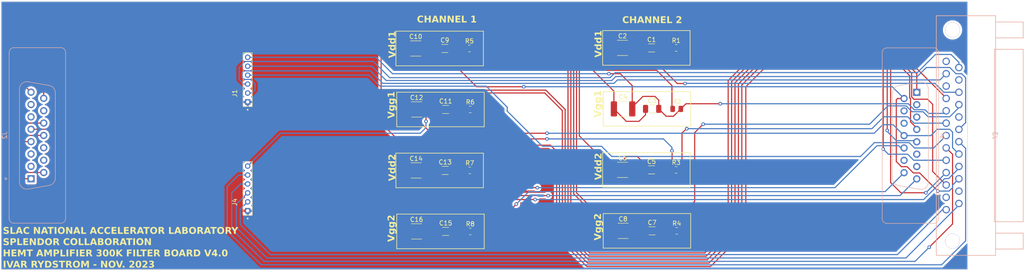
<source format=kicad_pcb>
(kicad_pcb (version 20221018) (generator pcbnew)

  (general
    (thickness 1.6)
  )

  (paper "A4")
  (title_block
    (title "HEMT Amplifier 300K Filter Box")
    (date "2023-11-05")
    (rev "V4")
    (company "SPLENDOR Collaboration")
    (comment 1 "Ivar Rydstrom | 2023")
    (comment 2 "SLAC National Accelerator Laboratory")
  )

  (layers
    (0 "F.Cu" signal)
    (31 "B.Cu" signal)
    (32 "B.Adhes" user "B.Adhesive")
    (33 "F.Adhes" user "F.Adhesive")
    (34 "B.Paste" user)
    (35 "F.Paste" user)
    (36 "B.SilkS" user "B.Silkscreen")
    (37 "F.SilkS" user "F.Silkscreen")
    (38 "B.Mask" user)
    (39 "F.Mask" user)
    (40 "Dwgs.User" user "User.Drawings")
    (41 "Cmts.User" user "User.Comments")
    (42 "Eco1.User" user "User.Eco1")
    (43 "Eco2.User" user "User.Eco2")
    (44 "Edge.Cuts" user)
    (45 "Margin" user)
    (46 "B.CrtYd" user "B.Courtyard")
    (47 "F.CrtYd" user "F.Courtyard")
    (48 "B.Fab" user)
    (49 "F.Fab" user)
    (50 "User.1" user)
    (51 "User.2" user)
    (52 "User.3" user)
    (53 "User.4" user)
    (54 "User.5" user)
    (55 "User.6" user)
    (56 "User.7" user)
    (57 "User.8" user)
    (58 "User.9" user)
  )

  (setup
    (pad_to_mask_clearance 0)
    (grid_origin 50.810662 0)
    (pcbplotparams
      (layerselection 0x00010fc_ffffffff)
      (plot_on_all_layers_selection 0x0000000_00000000)
      (disableapertmacros false)
      (usegerberextensions false)
      (usegerberattributes true)
      (usegerberadvancedattributes true)
      (creategerberjobfile true)
      (dashed_line_dash_ratio 12.000000)
      (dashed_line_gap_ratio 3.000000)
      (svgprecision 4)
      (plotframeref false)
      (viasonmask false)
      (mode 1)
      (useauxorigin false)
      (hpglpennumber 1)
      (hpglpenspeed 20)
      (hpglpendiameter 15.000000)
      (dxfpolygonmode true)
      (dxfimperialunits true)
      (dxfusepcbnewfont true)
      (psnegative false)
      (psa4output false)
      (plotreference true)
      (plotvalue true)
      (plotinvisibletext false)
      (sketchpadsonfab false)
      (subtractmaskfromsilk false)
      (outputformat 1)
      (mirror false)
      (drillshape 1)
      (scaleselection 1)
      (outputdirectory "")
    )
  )

  (net 0 "")
  (net 1 "GND")
  (net 2 "unconnected-(J2-Pad2)")
  (net 3 "unconnected-(J2-Pad3)")
  (net 4 "unconnected-(J2-Pad6)")
  (net 5 "unconnected-(J2-Pad7)")
  (net 6 "unconnected-(J2-P10-Pad10)")
  (net 7 "unconnected-(J2-P111-Pad11)")
  (net 8 "unconnected-(J2-P14-Pad14)")
  (net 9 "unconnected-(J3-Pad2)")
  (net 10 "unconnected-(J3-Pad11)")
  (net 11 "unconnected-(J3-Pad13)")
  (net 12 "unconnected-(J3-P15-Pad15)")
  (net 13 "unconnected-(J3-P24-Pad24)")
  (net 14 "unconnected-(J5-Pad2)")
  (net 15 "unconnected-(J5-Pad3)")
  (net 16 "unconnected-(J5-Pad6)")
  (net 17 "unconnected-(J5-Pad7)")
  (net 18 "unconnected-(J5-P10-Pad10)")
  (net 19 "unconnected-(J5-P111-Pad11)")
  (net 20 "unconnected-(J5-P14-Pad14)")
  (net 21 "/Vdd1+(2)")
  (net 22 "/Vdd1-(2)")
  (net 23 "/INJ (2)")
  (net 24 "/Vgg1-(2)")
  (net 25 "/Vdd2-(2)")
  (net 26 "/Vgg2-(2)")
  (net 27 "/Vdd1+(1)")
  (net 28 "/Vdd1-(1)")
  (net 29 "/INJ (1)")
  (net 30 "/Vgg1-(1)")
  (net 31 "/Vdd2-(1)")
  (net 32 "/Vgg2-(1)")
  (net 33 "/OUT-(2)")
  (net 34 "/OUT+(2)")
  (net 35 "/DETBIAS-(2)")
  (net 36 "/DETBIAS+(2)")
  (net 37 "/Vgg2+(2)")
  (net 38 "/Vdd2+(2)")
  (net 39 "/OUT-(1)")
  (net 40 "/DETBIAS-(1)")
  (net 41 "/OUT+(1)")
  (net 42 "/DETBIAS+(1)")
  (net 43 "/Vgg2+(1)")
  (net 44 "/Vdd2+(1)")
  (net 45 "/Vdd1+(2) ")
  (net 46 "/Vgg1+(2)")
  (net 47 "/Vdd2(2) ")
  (net 48 "/Vgg2(2) ")
  (net 49 "/Vdd1+(1) ")
  (net 50 "/Vdd2(1) ")
  (net 51 "/Vgg2(1) ")
  (net 52 "/Vgg1+(1)")

  (footprint "Capacitor_SMD:C_1206_3216Metric" (layer "F.Cu") (at 142.331162 116.4797))

  (footprint "Capacitor_SMD:C_1812_4532Metric" (layer "F.Cu") (at 181.868662 75.3745))

  (footprint "Capacitor_SMD:C_1206_3216Metric" (layer "F.Cu") (at 142.331162 89.1609))

  (footprint "Resistor_SMD:R_0805_2012Metric" (layer "F.Cu") (at 193.868662 102.6933))

  (footprint "Resistor_SMD:R_0805_2012Metric" (layer "F.Cu") (at 147.640662 75.5015))

  (footprint "Capacitor_SMD:C_1206_3216Metric" (layer "F.Cu") (at 188.495662 116.3527))

  (footprint "Capacitor_SMD:C_1206_3216Metric" (layer "F.Cu") (at 188.368662 75.3745))

  (footprint "Resistor_SMD:R_0805_2012Metric" (layer "F.Cu") (at 147.831162 89.1609))

  (footprint "Resistor_SMD:R_0805_2012Metric" (layer "F.Cu") (at 193.995662 116.3527))

  (footprint "Resistor_SMD:R_0805_2012Metric" (layer "F.Cu") (at 193.868662 75.3745))

  (footprint "Capacitor_SMD:C_1206_3216Metric" (layer "F.Cu") (at 142.222 102.8203))

  (footprint "Capacitor_SMD:C_1812_4532Metric" (layer "F.Cu") (at 135.831162 116.4797))

  (footprint "Capacitor_SMD:C_1812_4532Metric" (layer "F.Cu") (at 135.722 102.8203))

  (footprint "Capacitor_SMD:C_1812_4532Metric" (layer "F.Cu") (at 135.831162 89.1609))

  (footprint "Capacitor_SMD:C_1812_4532Metric" (layer "F.Cu") (at 181.868662 102.6933))

  (footprint "lib:MILL-MAX_830-10-006-10-005000" (layer "F.Cu") (at 98.054662 82.475 90))

  (footprint "Capacitor_SMD:C_1812_4532Metric" (layer "F.Cu") (at 181.995662 89.0339))

  (footprint "lib:MILL-MAX_830-10-006-10-005000" (layer "F.Cu") (at 98.054662 106.85 90))

  (footprint "Capacitor_SMD:C_1206_3216Metric" (layer "F.Cu") (at 142.140662 75.5015))

  (footprint "Capacitor_SMD:C_1206_3216Metric" (layer "F.Cu") (at 188.368662 102.6933))

  (footprint "Capacitor_SMD:C_1812_4532Metric" (layer "F.Cu") (at 135.640662 75.5015))

  (footprint "Capacitor_SMD:C_1812_4532Metric" (layer "F.Cu") (at 181.995662 116.3527))

  (footprint "Resistor_SMD:R_0805_2012Metric" (layer "F.Cu") (at 147.722 102.8203))

  (footprint "Capacitor_SMD:C_1206_3216Metric" (layer "F.Cu") (at 188.495662 89.0339))

  (footprint "Resistor_SMD:R_0805_2012Metric" (layer "F.Cu") (at 193.995662 89.0339))

  (footprint "Resistor_SMD:R_0805_2012Metric" (layer "F.Cu") (at 147.831162 116.4797))

  (footprint "Connector_Dsub:DSUB-15_Female_Vertical_P2.77x2.84mm" (layer "B.Cu") (at 49.620331 104.675 -90))

  (footprint "lib:CONN_5747846-4_TYC" (layer "B.Cu") (at 265.159931 95 90))

  (footprint "Connector_Dsub:DSUB-15_Female_Vertical_P2.77x2.84mm" (layer "B.Cu") (at 247.660662 85.325 90))

  (gr_line (start 131.201662 98.9468) (end 131.201662 106.6938)
    (stroke (width 0.15) (type default)) (layer "F.SilkS") (tstamp 06e053e5-e103-4f9a-b24d-dc599345a786))
  (gr_line (start 177.556662 92.9074) (end 197.114662 92.9074)
    (stroke (width 0.15) (type default)) (layer "F.SilkS") (tstamp 1c392bc6-a9f5-42dd-9e33-a2b96b3ffde9))
  (gr_line (start 150.950162 85.2874) (end 131.392162 85.2874)
    (stroke (width 0.15) (type default)) (layer "F.SilkS") (tstamp 1d2260d1-a33b-43ce-9de7-af574bd60f92))
  (gr_line (start 177.429662 98.8198) (end 177.429662 106.5668)
    (stroke (width 0.15) (type default)) (layer "F.SilkS") (tstamp 2dac2d50-e1ea-4b8e-b3f3-5e46e6409e36))
  (gr_line (start 197.114662 120.2262) (end 197.114662 112.4792)
    (stroke (width 0.15) (type default)) (layer "F.SilkS") (tstamp 36af4fe3-a8bb-4c47-88bc-b96dd9aef578))
  (gr_line (start 131.201662 106.6938) (end 150.759662 106.6938)
    (stroke (width 0.15) (type default)) (layer "F.SilkS") (tstamp 3c699a2b-9444-49dc-8678-3ad071b2a8aa))
  (gr_line (start 150.759662 106.6938) (end 150.759662 98.9468)
    (stroke (width 0.15) (type default)) (layer "F.SilkS") (tstamp 435c4ef9-7219-41bd-ae91-30d3a9ac9d99))
  (gr_line (start 177.429662 106.5668) (end 196.987662 106.5668)
    (stroke (width 0.15) (type default)) (layer "F.SilkS") (tstamp 439e8968-73be-43b6-9d1e-c7b41345c26b))
  (gr_line (start 150.759662 79.375) (end 150.759662 71.628)
    (stroke (width 0.15) (type default)) (layer "F.SilkS") (tstamp 46e90197-3186-4b40-a919-6b062cd076e2))
  (gr_line (start 150.950162 120.3532) (end 150.950162 112.6062)
    (stroke (width 0.15) (type default)) (layer "F.SilkS") (tstamp 47012053-ff99-4509-b6fc-34dc37a630f3))
  (gr_line (start 150.950162 93.0344) (end 150.950162 85.2874)
    (stroke (width 0.15) (type default)) (layer "F.SilkS") (tstamp 4b86ad76-b828-4008-9d75-5e453a516131))
  (gr_line (start 177.556662 120.2262) (end 197.114662 120.2262)
    (stroke (width 0.15) (type default)) (layer "F.SilkS") (tstamp 5ced2e3d-6dec-4a25-a45b-f3bb356a119a))
  (gr_line (start 177.556662 85.1604) (end 177.556662 92.9074)
    (stroke (width 0.15) (type default)) (layer "F.SilkS") (tstamp 62adb5b6-7a9d-405f-bac5-60a61f74b602))
  (gr_line (start 150.759662 98.9468) (end 131.201662 98.9468)
    (stroke (width 0.15) (type default)) (layer "F.SilkS") (tstamp 7bccbab3-1136-40c4-a9d8-c8f458d6f9d3))
  (gr_line (start 131.392162 120.3532) (end 150.950162 120.3532)
    (stroke (width 0.15) (type default)) (layer "F.SilkS") (tstamp 841ce552-3e36-474c-8fad-be398af63004))
  (gr_line (start 131.201662 71.628) (end 131.201662 79.375)
    (stroke (width 0.15) (type default)) (layer "F.SilkS") (tstamp 86d11e0a-9e1f-4cce-ad09-dbf02dcdf0e0))
  (gr_line (start 196.987662 98.8198) (end 177.429662 98.8198)
    (stroke (width 0.15) (type default)) (layer "F.SilkS") (tstamp 8c8c751c-1251-4881-80e0-aba4122bde06))
  (gr_line (start 131.392162 112.6062) (end 131.392162 120.3532)
    (stroke (width 0.15) (type default)) (layer "F.SilkS") (tstamp 8ebb1e18-4079-4304-96a9-73d1be1e9e59))
  (gr_line (start 197.114662 92.9074) (end 197.114662 85.1604)
    (stroke (width 0.15) (type default)) (layer "F.SilkS") (tstamp 992dab02-4e28-4264-b4b3-58bd9f987b72))
  (gr_line (start 177.429662 79.248) (end 196.987662 79.248)
    (stroke (width 0.15) (type default)) (layer "F.SilkS") (tstamp a94ce476-1bf9-4ab5-96aa-1a11a5e70cfb))
  (gr_line (start 196.987662 79.248) (end 196.987662 71.501)
    (stroke (width 0.15) (type default)) (layer "F.SilkS") (tstamp b26f6f9f-2d76-4927-9d45-61fc81bd658c))
  (gr_line (start 196.987662 71.501) (end 177.429662 71.501)
    (stroke (width 0.15) (type default)) (layer "F.SilkS") (tstamp b3b89b70-4ea8-4aec-adc4-2aa29aec1504))
  (gr_line (start 196.987662 106.5668) (end 196.987662 98.8198)
    (stroke (width 0.15) (type default)) (layer "F.SilkS") (tstamp bf57c742-1f36-4020-99ef-da23f7607148))
  (gr_line (start 150.950162 112.6062) (end 131.392162 112.6062)
    (stroke (width 0.15) (type default)) (layer "F.SilkS") (tstamp c0a77660-d912-42f5-8016-210b2948449e))
  (gr_line (start 150.759662 71.628) (end 131.201662 71.628)
    (stroke (width 0.15) (type default)) (layer "F.SilkS") (tstamp cc5f59af-5332-48fe-91cb-32df4f101f93))
  (gr_line (start 177.556662 112.4792) (end 177.556662 120.2262)
    (stroke (width 0.15) (type default)) (layer "F.SilkS") (tstamp cde37ed7-4e07-4da6-bb91-51d23c73efae))
  (gr_line (start 177.429662 71.501) (end 177.429662 79.248)
    (stroke (width 0.15) (type default)) (layer "F.SilkS") (tstamp d9eed187-6727-4692-837b-20e31f2ee4dd))
  (gr_line (start 131.201662 79.375) (end 150.759662 79.375)
    (stroke (width 0.15) (type default)) (layer "F.SilkS") (tstamp e0015b84-01a6-439d-acba-ef116f527ffb))
  (gr_line (start 197.114662 85.1604) (end 177.556662 85.1604)
    (stroke (width 0.15) (type default)) (layer "F.SilkS") (tstamp e6c5abe0-43fa-4860-b9ff-0bae33872871))
  (gr_line (start 131.392162 85.2874) (end 131.392162 93.0344)
    (stroke (width 0.15) (type default)) (layer "F.SilkS") (tstamp ebe0c849-0f41-4a0d-a075-17ee2f0d2de7))
  (gr_line (start 131.392162 93.0344) (end 150.950162 93.0344)
    (stroke (width 0.15) (type default)) (layer "F.SilkS") (tstamp f3f8771f-22f8-4ae8-9967-a49885c0f46c))
  (gr_line (start 197.114662 112.4792) (end 177.556662 112.4792)
    (stroke (width 0.15) (type default)) (layer "F.SilkS") (tstamp f535e50d-7bf4-4908-9fc3-731b6a6fa6e5))
  (gr_line (start 43 65) (end 43 125)
    (stroke (width 0.1) (type default)) (layer "Edge.Cuts") (tstamp 9daaad10-d83e-45ec-a686-5f4b2e52eead))
  (gr_line (start 43 125) (end 259 125)
    (stroke (width 0.1) (type default)) (layer "Edge.Cuts") (tstamp cf685dbd-f11e-411a-baff-99597177cf1f))
  (gr_line (start 259 125) (end 259 65)
    (stroke (width 0.1) (type default)) (layer "Edge.Cuts") (tstamp d137b5ed-a728-41df-ab95-5a179d5bfa40))
  (gr_line (start 259 65) (end 43 65)
    (stroke (width 0.1) (type default)) (layer "Edge.Cuts") (tstamp ff78a30e-ddd8-408b-808f-93b5d7b1d3e3))
  (gr_text "SLAC NATIONAL ACCELERATOR LABORATORY\nSPLENDOR COLLABORATION\nHEMT AMPLIFIER 300K FILTER BOARD V4.0\nIVAR RYDSTROM - NOV. 2023" (at 43.317662 124.841) (layer "F.SilkS") (tstamp 1d0aa74d-9d51-4b05-b632-1ef0de7daac3)
    (effects (font (face "Trebuchet MS") (size 1.5 1.5) (thickness 0.3) bold) (justify left bottom))
    (render_cache "SLAC NATIONAL ACCELERATOR LABORATORY\nSPLENDOR COLLABORATION\nHEMT AMPLIFIER 300K FILTER BOARD V4.0\nIVAR RYDSTROM - NOV. 2023" 0
      (polygon
        (pts
          (xy 43.400093 116.94027)          (xy 43.499012 116.697737)          (xy 43.518821 116.711224)          (xy 43.538591 116.723841)
          (xy 43.55832 116.735587)          (xy 43.578009 116.746464)          (xy 43.597658 116.75647)          (xy 43.617267 116.765606)
          (xy 43.636836 116.773872)          (xy 43.656365 116.781268)          (xy 43.675854 116.787794)          (xy 43.695303 116.79345)
          (xy 43.714712 116.798235)          (xy 43.73408 116.802151)          (xy 43.753409 116.805196)          (xy 43.772697 116.807372)
          (xy 43.791946 116.808677)          (xy 43.811154 116.809112)          (xy 43.839725 116.808484)          (xy 43.866452 116.806599)
          (xy 43.891336 116.803458)          (xy 43.914377 116.79906)          (xy 43.935575 116.793405)          (xy 43.954929 116.786495)
          (xy 43.97244 116.778327)          (xy 43.988108 116.768903)          (xy 44.001933 116.758223)          (xy 44.013914 116.746286)
          (xy 44.024052 116.733093)          (xy 44.032347 116.718643)          (xy 44.038798 116.702936)          (xy 44.043406 116.685973)
          (xy 44.046171 116.667754)          (xy 44.047093 116.648278)          (xy 44.046223 116.629519)          (xy 44.043612 116.610977)
          (xy 44.039262 116.592654)          (xy 44.033171 116.574547)          (xy 44.02534 116.556658)          (xy 44.018325 116.543384)
          (xy 44.01033 116.530233)          (xy 44.001357 116.517204)          (xy 43.991405 116.504297)          (xy 43.979993 116.491297)
          (xy 43.9665 116.477987)          (xy 43.950927 116.464369)          (xy 43.939389 116.455118)          (xy 43.926927 116.44573)
          (xy 43.91354 116.436205)          (xy 43.899229 116.426542)          (xy 43.883994 116.416741)          (xy 43.867834 116.406804)
          (xy 43.850749 116.396729)          (xy 43.83274 116.386516)          (xy 43.813806 116.376167)          (xy 43.793948 116.365679)
          (xy 43.773166 116.355055)          (xy 43.762428 116.349691)          (xy 43.741163 116.339048)          (xy 43.720782 116.328642)
          (xy 43.701286 116.318474)          (xy 43.682675 116.308544)          (xy 43.664948 116.298851)          (xy 43.648105 116.289396)
          (xy 43.632147 116.280178)          (xy 43.617073 116.271198)          (xy 43.602883 116.262455)          (xy 43.589578 116.25395)
          (xy 43.577158 116.245682)          (xy 43.560185 116.233726)          (xy 43.545202 116.222305)          (xy 43.53221 116.211418)
          (xy 43.528321 116.207908)          (xy 43.517297 116.197218)          (xy 43.506756 116.186167)          (xy 43.496697 116.174755)
          (xy 43.487122 116.162983)          (xy 43.47803 116.15085)          (xy 43.469421 116.138356)          (xy 43.461295 116.125502)
          (xy 43.453651 116.112287)          (xy 43.446491 116.098711)          (xy 43.439814 116.084775)          (xy 43.435631 116.075284)
          (xy 43.429804 116.060717)          (xy 43.42455 116.045866)          (xy 43.419869 116.030732)          (xy 43.415761 116.015315)
          (xy 43.412227 115.999614)          (xy 43.409265 115.98363)          (xy 43.406877 115.967363)          (xy 43.405062 115.950812)
          (xy 43.40382 115.933978)          (xy 43.403152 115.91686)          (xy 43.403024 115.905291)          (xy 43.403525 115.88377)
          (xy 43.405028 115.862713)          (xy 43.407532 115.842119)          (xy 43.411039 115.821989)          (xy 43.415547 115.802323)
          (xy 43.421056 115.78312)          (xy 43.427568 115.764381)          (xy 43.435081 115.746106)          (xy 43.443596 115.728294)
          (xy 43.453113 115.710946)          (xy 43.463632 115.694062)          (xy 43.475152 115.677642)          (xy 43.487675 115.661685)
          (xy 43.501199 115.646192)          (xy 43.515724 115.631162)          (xy 43.531252 115.616596)          (xy 43.547608 115.60271)
          (xy 43.564528 115.58972)          (xy 43.582012 115.577626)          (xy 43.60006 115.566427)          (xy 43.618671 115.556125)
          (xy 43.637847 115.546718)          (xy 43.657586 115.538207)          (xy 43.677889 115.530592)          (xy 43.698756 115.523873)
          (xy 43.720187 115.51805)          (xy 43.742182 115.513123)          (xy 43.76474 115.509091)          (xy 43.787863 115.505956)
          (xy 43.811549 115.503716)          (xy 43.835799 115.502372)          (xy 43.860613 115.501924)          (xy 43.876849 115.50202)
          (xy 43.892812 115.502308)          (xy 43.908502 115.502787)          (xy 43.92392 115.503458)          (xy 43.939065 115.504321)
          (xy 43.953937 115.505376)          (xy 43.982865 115.508061)          (xy 44.010701 115.511513)          (xy 44.037447 115.515731)
          (xy 44.063103 115.520717)          (xy 44.087668 115.526471)          (xy 44.111142 115.532991)          (xy 44.133526 115.540278)
          (xy 44.15482 115.548332)          (xy 44.175023 115.557154)          (xy 44.194135 115.566742)          (xy 44.212157 115.577098)
          (xy 44.229089 115.58822)          (xy 44.244929 115.60011)          (xy 44.163597 115.831652)          (xy 44.145904 115.819407)
          (xy 44.128088 115.807953)          (xy 44.110149 115.797288)          (xy 44.092087 115.787413)          (xy 44.073902 115.778329)
          (xy 44.055594 115.770034)          (xy 44.037162 115.762529)          (xy 44.018608 115.755815)          (xy 43.999931 115.74989)
          (xy 43.98113 115.744755)          (xy 43.962206 115.74041)          (xy 43.94316 115.736855)          (xy 43.92399 115.73409)
          (xy 43.904697 115.732115)          (xy 43.885281 115.73093)          (xy 43.865742 115.730535)          (xy 43.84873 115.730957)
          (xy 43.832452 115.732223)          (xy 43.816908 115.734332)          (xy 43.802098 115.737285)          (xy 43.783494 115.742534)
          (xy 43.766194 115.749283)          (xy 43.7502 115.757532)          (xy 43.735511 115.767281)          (xy 43.722128 115.778529)
          (xy 43.710192 115.790883)          (xy 43.699848 115.804129)          (xy 43.691095 115.818268)          (xy 43.683934 115.833301)
          (xy 43.678364 115.849226)          (xy 43.674386 115.866044)          (xy 43.671999 115.883756)          (xy 43.671203 115.90236)
          (xy 43.672325 115.918251)          (xy 43.675691 115.934234)          (xy 43.681301 115.950308)          (xy 43.689155 115.966474)
          (xy 43.699253 115.982731)          (xy 43.711595 115.99908)          (xy 43.726181 116.015521)          (xy 43.74301 116.032053)
          (xy 43.762084 116.048677)          (xy 43.783402 116.065392)          (xy 43.806964 116.082199)          (xy 43.819586 116.090637)
          (xy 43.83277 116.099098)          (xy 43.846514 116.107582)          (xy 43.860819 116.116088)          (xy 43.875686 116.124617)
          (xy 43.891113 116.13317)          (xy 43.907102 116.141745)          (xy 43.923651 116.150343)          (xy 43.940761 116.158964)
          (xy 43.958433 116.167608)          (xy 43.97706 116.176723)          (xy 43.995023 116.185749)          (xy 44.012323 116.194686)
          (xy 44.028958 116.203535)          (xy 44.044929 116.212294)          (xy 44.060236 116.220966)          (xy 44.074879 116.229548)
          (xy 44.088858 116.238042)          (xy 44.102173 116.246446)          (xy 44.114824 116.254763)          (xy 44.132556 116.267071)
          (xy 44.148793 116.279179)          (xy 44.163536 116.291087)          (xy 44.176786 116.302796)          (xy 44.189076 116.314589)
          (xy 44.200807 116.326749)          (xy 44.211977 116.339276)          (xy 44.222587 116.35217)          (xy 44.232637 116.365431)
          (xy 44.242126 116.379059)          (xy 44.251055 116.393054)          (xy 44.259424 116.407416)          (xy 44.267232 116.422146)
          (xy 44.27448 116.437242)          (xy 44.279001 116.44751)          (xy 44.285287 116.463134)          (xy 44.290954 116.479092)
          (xy 44.296003 116.495385)          (xy 44.300434 116.512013)          (xy 44.304246 116.528976)          (xy 44.30744 116.546274)
          (xy 44.310016 116.563907)          (xy 44.311974 116.581874)          (xy 44.313314 116.600177)          (xy 44.314035 116.618814)
          (xy 44.314172 116.631425)          (xy 44.313606 116.653979)          (xy 44.311905 116.67603)          (xy 44.309072 116.697577)
          (xy 44.305105 116.71862)          (xy 44.300004 116.739159)          (xy 44.29377 116.759195)          (xy 44.286403 116.778727)
          (xy 44.277902 116.797755)          (xy 44.268268 116.816279)          (xy 44.2575 116.834299)          (xy 44.245599 116.851816)
          (xy 44.232565 116.868829)          (xy 44.218397 116.885339)          (xy 44.203095 116.901344)          (xy 44.18666 116.916846)
          (xy 44.169092 116.931844)          (xy 44.150619 116.946085)          (xy 44.131379 116.959407)          (xy 44.111373 116.971811)
          (xy 44.090599 116.983295)          (xy 44.069057 116.993861)          (xy 44.046749 117.003508)          (xy 44.023674 117.012237)
          (xy 43.999832 117.020046)          (xy 43.975222 117.026937)          (xy 43.949846 117.032909)          (xy 43.923702 117.037962)
          (xy 43.896792 117.042097)          (xy 43.869114 117.045312)          (xy 43.840669 117.047609)          (xy 43.811458 117.048987)
          (xy 43.796564 117.049332)          (xy 43.781479 117.049447)          (xy 43.755216 117.04902)          (xy 43.729277 117.047741)
          (xy 43.703662 117.045609)          (xy 43.67837 117.042623)          (xy 43.653401 117.038785)          (xy 43.628756 117.034094)
          (xy 43.604435 117.02855)          (xy 43.580436 117.022153)          (xy 43.556761 117.014903)          (xy 43.53341 117.0068)
          (xy 43.510382 116.997844)          (xy 43.487677 116.988035)          (xy 43.465296 116.977373)          (xy 43.443239 116.965859)
          (xy 43.421504 116.953491)
        )
      )
      (polygon
        (pts
          (xy 44.544982 117.026)          (xy 44.544982 115.525371)          (xy 44.812794 115.525371)          (xy 44.812794 116.785665)
          (xy 45.494964 116.785665)          (xy 45.494964 117.026)
        )
      )
      (polygon
        (pts
          (xy 46.882386 117.026)          (xy 46.58673 117.026)          (xy 46.476454 116.715323)          (xy 45.959148 116.715323)
          (xy 45.854001 117.026)          (xy 45.556147 117.026)          (xy 45.759879 116.510159)          (xy 46.035352 116.510159)
          (xy 46.398052 116.510159)          (xy 46.216702 115.965009)          (xy 46.035352 116.510159)          (xy 45.759879 116.510159)
          (xy 46.158084 115.501924)          (xy 46.27532 115.501924)
        )
      )
      (polygon
        (pts
          (xy 48.069406 115.60817)          (xy 47.95913 115.832018)          (xy 47.947484 115.821149)          (xy 47.934985 115.810981)
          (xy 47.921632 115.801514)          (xy 47.907427 115.792749)          (xy 47.892369 115.784684)          (xy 47.876458 115.777321)
          (xy 47.859694 115.770659)          (xy 47.842077 115.764699)          (xy 47.823607 115.75944)          (xy 47.804284 115.754881)
          (xy 47.784109 115.751025)          (xy 47.76308 115.747869)          (xy 47.741198 115.745415)          (xy 47.718463 115.743662)
          (xy 47.694876 115.74261)          (xy 47.670435 115.742259)          (xy 47.64716 115.742867)          (xy 47.624411 115.744692)
          (xy 47.602189 115.747733)          (xy 47.580493 115.751991)          (xy 47.559324 115.757465)          (xy 47.538682 115.764155)
          (xy 47.518566 115.772062)          (xy 47.498977 115.781185)          (xy 47.479915 115.791525)          (xy 47.461379 115.803081)
          (xy 47.44337 115.815854)          (xy 47.425887 115.829843)          (xy 47.408931 115.845049)          (xy 47.392502 115.861471)
          (xy 47.3766 115.879109)          (xy 47.361224 115.897964)          (xy 47.346628 115.917705)          (xy 47.332974 115.938092)
          (xy 47.320261 115.959127)          (xy 47.30849 115.980808)          (xy 47.297661 116.003136)          (xy 47.287774 116.026111)
          (xy 47.278828 116.049733)          (xy 47.270824 116.074002)          (xy 47.263761 116.098918)          (xy 47.25764 116.12448)
          (xy 47.252461 116.150689)          (xy 47.248223 116.177546)          (xy 47.244928 116.205049)          (xy 47.242573 116.233199)
          (xy 47.241161 116.261995)          (xy 47.24069 116.291439)          (xy 47.240799 116.306227)          (xy 47.241672 116.335227)
          (xy 47.243418 116.36346)          (xy 47.246037 116.390926)          (xy 47.249529 116.417624)          (xy 47.253894 116.443556)
          (xy 47.259132 116.468721)          (xy 47.265243 116.493118)          (xy 47.272226 116.516749)          (xy 47.280083 116.539612)
          (xy 47.288813 116.561709)          (xy 47.298416 116.583038)          (xy 47.308891 116.6036)          (xy 47.32024 116.623395)
          (xy 47.332462 116.642423)          (xy 47.345557 116.660684)          (xy 47.352431 116.669527)          (xy 47.366735 116.68643)
          (xy 47.38162 116.702242)          (xy 47.397086 116.716964)          (xy 47.413133 116.730595)          (xy 47.429761 116.743136)
          (xy 47.44697 116.754587)          (xy 47.464761 116.764946)          (xy 47.483132 116.774216)          (xy 47.502084 116.782394)
          (xy 47.521617 116.789483)          (xy 47.541731 116.795481)          (xy 47.562427 116.800388)          (xy 47.583703 116.804205)
          (xy 47.60556 116.806931)          (xy 47.627999 116.808567)          (xy 47.651018 116.809112)          (xy 47.677309 116.808515)
          (xy 47.702876 116.806725)          (xy 47.727718 116.803741)          (xy 47.751837 116.799563)          (xy 47.775231 116.794193)
          (xy 47.797902 116.787628)          (xy 47.819848 116.77987)          (xy 47.84107 116.770918)          (xy 47.861567 116.760773)
          (xy 47.881341 116.749435)          (xy 47.900391 116.736902)          (xy 47.918716 116.723177)          (xy 47.936317 116.708257)
          (xy 47.953194 116.692144)          (xy 47.969347 116.674838)          (xy 47.984776 116.656338)          (xy 48.10934 116.875424)
          (xy 48.098956 116.88613)          (xy 48.088274 116.896497)          (xy 48.077294 116.906524)          (xy 48.066017 116.91621)
          (xy 48.054442 116.925557)          (xy 48.04257 116.934564)          (xy 48.0304 116.943232)          (xy 48.017932 116.951559)
          (xy 48.005166 116.959546)          (xy 47.992103 116.967194)          (xy 47.978742 116.974501)          (xy 47.965084 116.981469)
          (xy 47.951128 116.988097)          (xy 47.936874 116.994385)          (xy 47.922322 117.000333)          (xy 47.907473 117.005941)
          (xy 47.892326 117.011209)          (xy 47.876882 117.016138)          (xy 47.861139 117.020726)          (xy 47.8451 117.024975)
          (xy 47.828762 117.028884)          (xy 47.812127 117.032452)          (xy 47.795194 117.035681)          (xy 47.777963 117.03857)
          (xy 47.760435 117.04112)          (xy 47.742609 117.043329)          (xy 47.724486 117.045198)          (xy 47.706064 117.046728)
          (xy 47.687345 117.047917)          (xy 47.668329 117.048767)          (xy 47.649015 117.049277)          (xy 47.629403 117.049447)
          (xy 47.609757 117.049245)          (xy 47.590388 117.048641)          (xy 47.571295 117.047634)          (xy 47.552478 117.046224)
          (xy 47.533937 117.044411)          (xy 47.515672 117.042195)          (xy 47.497684 117.039577)          (xy 47.479972 117.036555)
          (xy 47.462536 117.033131)          (xy 47.445376 117.029304)          (xy 47.428493 117.025074)          (xy 47.411885 117.020441)
          (xy 47.395554 117.015405)          (xy 47.379499 117.009967)          (xy 47.363721 117.004125)          (xy 47.348218 116.997881)
          (xy 47.332992 116.991234)          (xy 47.318042 116.984184)          (xy 47.303368 116.976731)          (xy 47.28897 116.968875)
          (xy 47.274849 116.960617)          (xy 47.261003 116.951955)          (xy 47.247434 116.942891)          (xy 47.234141 116.933424)
          (xy 47.221125 116.923554)          (xy 47.208384 116.913281)          (xy 47.19592 116.902605)          (xy 47.183732 116.891527)
          (xy 47.17182 116.880045)          (xy 47.160184 116.868161)          (xy 47.148825 116.855874)          (xy 47.137742 116.843184)
          (xy 47.126968 116.830146)          (xy 47.116536 116.816814)          (xy 47.106446 116.803189)          (xy 47.096698 116.789271)
          (xy 47.087292 116.775059)          (xy 47.078228 116.760554)          (xy 47.069506 116.745756)          (xy 47.061126 116.730664)
          (xy 47.053088 116.715279)          (xy 47.045392 116.6996)          (xy 47.038038 116.683629)          (xy 47.031027 116.667363)
          (xy 47.024357 116.650805)          (xy 47.018029 116.633953)          (xy 47.012044 116.616807)          (xy 47.0064 116.599368)
          (xy 47.001099 116.581636)          (xy 46.996139 116.563611)          (xy 46.991522 116.545292)          (xy 46.987246 116.526679)
          (xy 46.983313 116.507774)          (xy 46.979721 116.488575)          (xy 46.976472 116.469082)          (xy 46.973565 116.449296)
          (xy 46.970999 116.429217)          (xy 46.968776 116.408845)          (xy 46.966895 116.388179)          (xy 46.965356 116.367219)
          (xy 46.964159 116.345967)          (xy 46.963304 116.324421)          (xy 46.962791 116.302581)          (xy 46.96262 116.280448)
          (xy 46.962809 116.259787)          (xy 46.963378 116.239338)          (xy 46.964326 116.219103)          (xy 46.965654 116.199081)
          (xy 46.96736 116.179272)          (xy 46.969446 116.159677)          (xy 46.971911 116.140295)          (xy 46.974755 116.121126)
          (xy 46.977979 116.10217)          (xy 46.981582 116.083427)          (xy 46.985564 116.064898)          (xy 46.989925 116.046582)
          (xy 46.994666 116.028479)          (xy 46.999786 116.010589)          (xy 47.005285 115.992913)          (xy 47.011163 115.97545)
          (xy 47.01742 115.9582)          (xy 47.024057 115.941163)          (xy 47.031073 115.92434)          (xy 47.038468 115.90773)
          (xy 47.046243 115.891333)          (xy 47.054397 115.875149)          (xy 47.06293 115.859179)          (xy 47.071842 115.843421)
          (xy 47.081133 115.827877)          (xy 47.090804 115.812547)          (xy 47.100854 115.797429)          (xy 47.111283 115.782525)
          (xy 47.122092 115.767834)          (xy 47.13328 115.753356)          (xy 47.144846 115.739091)          (xy 47.156793 115.72504)
          (xy 47.169035 115.711313)          (xy 47.181489 115.698022)          (xy 47.194156 115.685167)          (xy 47.207036 115.672747)
          (xy 47.220128 115.660763)          (xy 47.233433 115.649215)          (xy 47.24695 115.638103)          (xy 47.26068 115.627427)
          (xy 47.274622 115.617186)          (xy 47.288777 115.607381)          (xy 47.303144 115.598012)          (xy 47.317724 115.589079)
          (xy 47.332516 115.580581)          (xy 47.347521 115.572519)          (xy 47.362738 115.564893)          (xy 47.378168 115.557703)
          (xy 47.393811 115.550949)          (xy 47.409666 115.54463)          (xy 47.425733 115.538747)          (xy 47.442013 115.5333)
          (xy 47.458505 115.528288)          (xy 47.47521 115.523713)          (xy 47.492128 115.519573)          (xy 47.509258 115.515869)
          (xy 47.526601 115.512601)          (xy 47.544156 115.509768)          (xy 47.561923 115.507371)          (xy 47.579903 115.50541)
          (xy 47.598096 115.503885)          (xy 47.616501 115.502796)          (xy 47.635119 115.502142)          (xy 47.653949 115.501924)
          (xy 47.670082 115.502028)          (xy 47.686012 115.502339)          (xy 47.701738 115.502858)          (xy 47.717261 115.503584)
          (xy 47.732581 115.504518)          (xy 47.747698 115.505659)          (xy 47.762612 115.507008)          (xy 47.777322 115.508564)
          (xy 47.806133 115.5123)          (xy 47.834132 115.516865)          (xy 47.861317 115.52226)          (xy 47.887689 115.528486)
          (xy 47.913249 115.535541)          (xy 47.937996 115.543426)          (xy 47.96193 115.552142)          (xy 47.985051 115.561687)
          (xy 48.007359 115.572063)          (xy 48.028854 115.583268)          (xy 48.049537 115.595304)
        )
      )
      (polygon
        (pts
          (xy 49.940428 117.049447)          (xy 49.2077 116.097999)          (xy 49.2077 117.026)          (xy 48.950146 117.026)
          (xy 48.950146 115.525371)          (xy 49.07874 115.525371)          (xy 49.792051 116.432489)          (xy 49.792051 115.525371)
          (xy 50.049605 115.525371)          (xy 50.049605 117.049447)
        )
      )
      (polygon
        (pts
          (xy 51.527885 117.026)          (xy 51.232229 117.026)          (xy 51.121953 116.715323)          (xy 50.604647 116.715323)
          (xy 50.4995 117.026)          (xy 50.201646 117.026)          (xy 50.405378 116.510159)          (xy 50.680851 116.510159)
          (xy 51.043551 116.510159)          (xy 50.862201 115.965009)          (xy 50.680851 116.510159)          (xy 50.405378 116.510159)
          (xy 50.803583 115.501924)          (xy 50.920819 115.501924)
        )
      )
      (polygon
        (pts
          (xy 52.095017 115.765706)          (xy 52.095017 117.026)          (xy 51.827204 117.026)          (xy 51.827204 115.765706)
          (xy 51.346901 115.765706)          (xy 51.346901 115.525371)          (xy 52.596936 115.525371)          (xy 52.596936 115.765706)
        )
      )
      (polygon
        (pts
          (xy 52.76986 117.026)          (xy 52.76986 115.525371)          (xy 53.037672 115.525371)          (xy 53.037672 117.026)
        )
      )
      (polygon
        (pts
          (xy 53.945212 115.502119)          (xy 53.965117 115.502706)          (xy 53.984722 115.503682)          (xy 54.004026 115.50505)
          (xy 54.02303 115.506808)          (xy 54.041733 115.508957)          (xy 54.060136 115.511496)          (xy 54.078238 115.514426)
          (xy 54.09604 115.517747)          (xy 54.113541 115.521459)          (xy 54.130741 115.525561)          (xy 54.147641 115.530054)
          (xy 54.164241 115.534938)          (xy 54.18054 115.540212)          (xy 54.196538 115.545877)          (xy 54.212236 115.551933)
          (xy 54.227633 115.558379)          (xy 54.24273 115.565216)          (xy 54.257526 115.572444)          (xy 54.272022 115.580063)
          (xy 54.286217 115.588072)          (xy 54.300112 115.596472)          (xy 54.313706 115.605262)          (xy 54.326999 115.614444)
          (xy 54.339992 115.624016)          (xy 54.352685 115.633978)          (xy 54.365077 115.644332)          (xy 54.377168 115.655076)
          (xy 54.388959 115.666211)          (xy 54.40045 115.677736)          (xy 54.41164 115.689652)          (xy 54.422529 115.701959)
          (xy 54.433123 115.714619)          (xy 54.44338 115.727595)          (xy 54.453301 115.740886)          (xy 54.462886 115.754492)
          (xy 54.472135 115.768414)          (xy 54.481047 115.782652)          (xy 54.489623 115.797206)          (xy 54.497863 115.812074)
          (xy 54.505766 115.827259)          (xy 54.513333 115.842759)          (xy 54.520564 115.858574)          (xy 54.527458 115.874706)
          (xy 54.534016 115.891152)          (xy 54.540238 115.907914)          (xy 54.546123 115.924992)          (xy 54.551672 115.942386)
          (xy 54.556885 115.960094)          (xy 54.561762 115.978119)          (xy 54.566302 115.996459)          (xy 54.570506 116.015115)
          (xy 54.574373 116.034086)          (xy 54.577905 116.053372)          (xy 54.5811 116.072975)          (xy 54.583958 116.092893)
          (xy 54.58648 116.113126)          (xy 54.588667 116.133675)          (xy 54.590516 116.154539)          (xy 54.59203 116.17572)
          (xy 54.593207 116.197215)          (xy 54.594047 116.219026)          (xy 54.594552 116.241153)          (xy 54.59472 116.263595)
          (xy 54.594544 116.286027)          (xy 54.594017 116.308169)          (xy 54.593139 116.33002)          (xy 54.591909 116.35158)
          (xy 54.590328 116.37285)          (xy 54.588396 116.393829)          (xy 54.586112 116.414518)          (xy 54.583477 116.434917)
          (xy 54.580491 116.455024)          (xy 54.577153 116.474842)          (xy 54.573464 116.494368)          (xy 54.569424 116.513605)
          (xy 54.565032 116.53255)          (xy 54.560289 116.551206)          (xy 54.555195 116.56957)          (xy 54.549749 116.587645)
          (xy 54.543952 116.605428)          (xy 54.537803 116.622922)          (xy 54.531304 116.640124)          (xy 54.524453 116.657036)
          (xy 54.51725 116.673658)          (xy 54.509696 116.689989)          (xy 54.501791 116.70603)          (xy 54.493535 116.72178)
          (xy 54.484927 116.737239)          (xy 54.475968 116.752408)          (xy 54.466658 116.767287)          (xy 54.456996 116.781875)
          (xy 54.446983 116.796172)          (xy 54.436618 116.810179)          (xy 54.425902 116.823896)          (xy 54.414835 116.837322)
          (xy 54.403445 116.850373)          (xy 54.391761 116.863009)          (xy 54.379783 116.875231)          (xy 54.367511 116.887039)
          (xy 54.354945 116.898432)          (xy 54.342085 116.909411)          (xy 54.32893 116.919976)          (xy 54.315482 116.930127)
          (xy 54.301739 116.939863)          (xy 54.287703 116.949185)          (xy 54.273372 116.958092)          (xy 54.258747 116.966586)
          (xy 54.243828 116.974664)          (xy 54.228615 116.982329)          (xy 54.213108 116.98958)          (xy 54.197306 116.996416)
          (xy 54.181211 117.002837)          (xy 54.164822 117.008845)          (xy 54.148138 117.014438)          (xy 54.131161 117.019617)
          (xy 54.113889 117.024381)          (xy 54.096323 117.028731)          (xy 54.078463 117.032667)          (xy 54.060309 117.036189)
          (xy 54.041861 117.039296)          (xy 54.023119 117.041989)          (xy 54.004083 117.044268)          (xy 53.984752 117.046132)
          (xy 53.965128 117.047582)          (xy 53.945209 117.048618)          (xy 53.924997 117.04924)          (xy 53.90449 117.049447)
          (xy 53.885623 117.049241)          (xy 53.867033 117.048625)          (xy 53.848721 117.047599)          (xy 53.830685 117.046161)
          (xy 53.812926 117.044313)          (xy 53.795444 117.042054)          (xy 53.778238 117.039384)          (xy 53.76131 117.036303)
          (xy 53.744659 117.032812)          (xy 53.728284 117.02891)          (xy 53.712187 117.024598)          (xy 53.696366 117.019874)
          (xy 53.680823 117.01474)          (xy 53.665556 117.009195)          (xy 53.650566 117.00324)          (xy 53.635853 116.996874)
          (xy 53.621417 116.990097)          (xy 53.607258 116.982909)          (xy 53.593376 116.97531)          (xy 53.579771 116.967301)
          (xy 53.566443 116.958881)          (xy 53.553391 116.95005)          (xy 53.540617 116.940809)          (xy 53.528119 116.931157)
          (xy 53.515899 116.921094)          (xy 53.503955 116.910621)          (xy 53.492288 116.899736)          (xy 53.480898 116.888441)
          (xy 53.469785 116.876735)          (xy 53.458949 116.864619)          (xy 53.44839 116.852092)          (xy 53.438108 116.839154)
          (xy 53.428123 116.825859)          (xy 53.418455 116.812262)          (xy 53.409103 116.798362)          (xy 53.400069 116.784159)
          (xy 53.391352 116.769654)          (xy 53.382952 116.754846)          (xy 53.374868 116.739735)          (xy 53.367102 116.724321)
          (xy 53.359653 116.708605)          (xy 53.352521 116.692587)          (xy 53.345705 116.676265)          (xy 53.339207 116.659641)
          (xy 53.333026 116.642714)          (xy 53.327161 116.625485)          (xy 53.321614 116.607952)          (xy 53.316384 116.590118)
          (xy 53.31147 116.57198)          (xy 53.306874 116.55354)          (xy 53.302594 116.534797)          (xy 53.298632 116.515751)
          (xy 53.294987 116.496403)          (xy 53.291658 116.476752)          (xy 53.288647 116.456799)          (xy 53.285952 116.436542)
          (xy 53.283575 116.415983)          (xy 53.281515 116.395122)          (xy 53.279771 116.373957)          (xy 53.278345 116.35249)
          (xy 53.277235 116.330721)          (xy 53.276443 116.308648)          (xy 53.275967 116.286273)          (xy 53.275809 116.263595)
          (xy 53.553879 116.263595)          (xy 53.553967 116.279738)          (xy 53.55423 116.295652)          (xy 53.554668 116.311337)
          (xy 53.555282 116.326793)          (xy 53.556071 116.34202)          (xy 53.557035 116.357018)          (xy 53.558174 116.371787)
          (xy 53.560979 116.400639)          (xy 53.564486 116.428574)          (xy 53.568693 116.455593)          (xy 53.573602 116.481697)
          (xy 53.579212 116.506884)          (xy 53.585523 116.531156)          (xy 53.592535 116.554512)          (xy 53.600249 116.576951)
          (xy 53.608664 116.598475)          (xy 53.61778 116.619083)          (xy 53.627598 116.638775)          (xy 53.638116 116.657552)
          (xy 53.643638 116.666596)          (xy 53.655176 116.683854)          (xy 53.667349 116.699998)          (xy 53.680158 116.715029)
          (xy 53.693601 116.728947)          (xy 53.707681 116.741751)          (xy 53.722395 116.753442)          (xy 53.737745 116.764019)
          (xy 53.753731 116.773483)          (xy 53.770352 116.781833)          (xy 53.787608 116.789071)          (xy 53.8055 116.795194)
          (xy 53.824027 116.800205)          (xy 53.84319 116.804102)          (xy 53.862988 116.806885)          (xy 53.883421 116.808555)
          (xy 53.90449 116.809112)          (xy 53.929214 116.808567)          (xy 53.953193 116.806931)          (xy 53.976429 116.804205)
          (xy 53.99892 116.800388)          (xy 54.020667 116.795481)          (xy 54.04167 116.789483)          (xy 54.061929 116.782394)
          (xy 54.081444 116.774216)          (xy 54.100214 116.764946)          (xy 54.11824 116.754587)          (xy 54.135523 116.743136)
          (xy 54.15206 116.730595)          (xy 54.167854 116.716964)          (xy 54.182904 116.702242)          (xy 54.197209 116.68643)
          (xy 54.21077 116.669527)          (xy 54.223592 116.651541)          (xy 54.235586 116.63257)          (xy 54.246753 116.612615)
          (xy 54.257093 116.591675)          (xy 54.266605 116.56975)          (xy 54.275291 116.546841)          (xy 54.283149 116.522947)
          (xy 54.29018 116.498069)          (xy 54.296384 116.472206)          (xy 54.30176 116.445358)          (xy 54.30631 116.417526)
          (xy 54.310032 116.388709)          (xy 54.311583 116.373931)          (xy 54.312927 116.358907)          (xy 54.314065 116.343637)
          (xy 54.314995 116.328121)          (xy 54.315719 116.312359)          (xy 54.316236 116.296351)          (xy 54.316546 116.280096)
          (xy 54.31665 116.263595)          (xy 54.316267 116.231521)          (xy 54.31512 116.200465)          (xy 54.313207 116.170427)
          (xy 54.31053 116.141407)          (xy 54.307088 116.113406)          (xy 54.302881 116.086423)          (xy 54.297909 116.060458)
          (xy 54.292172 116.035511)          (xy 54.28567 116.011582)          (xy 54.278403 115.988672)          (xy 54.270371 115.96678)
          (xy 54.261575 115.945906)          (xy 54.252013 115.926051)          (xy 54.241687 115.907213)          (xy 54.230595 115.889394)
          (xy 54.218739 115.872593)          (xy 54.206117 115.856811)          (xy 54.192731 115.842046)          (xy 54.17858 115.8283)
          (xy 54.163664 115.815572)          (xy 54.147983 115.803862)          (xy 54.131537 115.793171)          (xy 54.114326 115.783498)
          (xy 54.09635 115.774843)          (xy 54.077609 115.767206)          (xy 54.058104 115.760587)          (xy 54.037833 115.754987)
          (xy 54.016798 115.750405)          (xy 53.994997 115.746841)          (xy 53.972432 115.744296)          (xy 53.949101 115.742768)
          (xy 53.925006 115.742259)          (xy 53.902937 115.742812)          (xy 53.881518 115.744469)          (xy 53.860748 115.747231)
          (xy 53.840628 115.751098)          (xy 53.821158 115.756069)          (xy 53.802337 115.762146)          (xy 53.784166 115.769327)
          (xy 53.766645 115.777613)          (xy 53.749774 115.787004)          (xy 53.733552 115.7975)          (xy 53.71798 115.809101)
          (xy 53.703058 115.821806)          (xy 53.688786 115.835616)          (xy 53.675163 115.850531)          (xy 53.66219 115.866551)
          (xy 53.649867 115.883676)          (xy 53.638243 115.901689)          (xy 53.62737 115.920467)          (xy 53.617246 115.940009)
          (xy 53.607872 115.960315)          (xy 53.599248 115.981385)          (xy 53.591374 116.003219)          (xy 53.58425 116.025818)
          (xy 53.577876 116.049181)          (xy 53.572252 116.073308)          (xy 53.567377 116.098199)          (xy 53.563253 116.123855)
          (xy 53.559878 116.150274)          (xy 53.557254 116.177458)          (xy 53.555379 116.205407)          (xy 53.554254 116.234119)
          (xy 53.553879 116.263595)          (xy 53.275809 116.263595)          (xy 53.275981 116.243702)          (xy 53.276499 116.224002)
          (xy 53.277361 116.204496)          (xy 53.278568 116.185182)          (xy 53.28012 116.166062)          (xy 53.282017 116.147135)
          (xy 53.284259 116.128401)          (xy 53.286845 116.10986)          (xy 53.289777 116.091512)          (xy 53.293054 116.073358)
          (xy 53.296675 116.055397)          (xy 53.300641 116.037629)          (xy 53.304953 116.020054)          (xy 53.309609 116.002673)
          (xy 53.31461 115.985484)          (xy 53.319956 115.968489)          (xy 53.325646 115.951687)          (xy 53.331682 115.935078)
          (xy 53.338063 115.918663)          (xy 53.344788 115.90244)          (xy 53.351859 115.886411)          (xy 53.359274 115.870575)
          (xy 53.367034 115.854933)          (xy 53.375139 115.839483)          (xy 53.383589 115.824227)          (xy 53.392384 115.809164)
          (xy 53.401524 115.794294)          (xy 53.411009 115.779617)          (xy 53.420838 115.765133)          (xy 53.431013 115.750843)
          (xy 53.441532 115.736746)          (xy 53.452396 115.722842)          (xy 53.463572 115.70925)          (xy 53.474979 115.69609)
          (xy 53.486618 115.683361)          (xy 53.49849 115.671064)          (xy 53.510592 115.659199)          (xy 53.522927 115.647764)
          (xy 53.535494 115.636762)          (xy 53.548292 115.62619)          (xy 53.561322 115.616051)          (xy 53.574585 115.606342)
          (xy 53.588078 115.597065)          (xy 53.601804 115.58822)          (xy 53.615762 115.579806)          (xy 53.629951 115.571824)
          (xy 53.644373 115.564273)          (xy 53.659026 115.557154)          (xy 53.673911 115.550466)          (xy 53.689028 115.544209)
          (xy 53.704376 115.538384)          (xy 53.719957 115.532991)          (xy 53.735769 115.528029)          (xy 53.751813 115.523498)
          (xy 53.768089 115.519399)          (xy 53.784597 115.515731)          (xy 53.801337 115.512495)          (xy 53.818308 115.509691)
          (xy 53.835512 115.507318)          (xy 53.852947 115.505376)          (xy 53.870614 115.503866)          (xy 53.888513 115.502787)
          (xy 53.906644 115.50214)          (xy 53.925006 115.501924)
        )
      )
      (polygon
        (pts
          (xy 55.81398 117.049447)          (xy 55.081252 116.097999)          (xy 55.081252 117.026)          (xy 54.823698 117.026)
          (xy 54.823698 115.525371)          (xy 54.952292 115.525371)          (xy 55.665603 116.432489)          (xy 55.665603 115.525371)
          (xy 55.923157 115.525371)          (xy 55.923157 117.049447)
        )
      )
      (polygon
        (pts
          (xy 57.401437 117.026)          (xy 57.105781 117.026)          (xy 56.995505 116.715323)          (xy 56.478199 116.715323)
          (xy 56.373052 117.026)          (xy 56.075198 117.026)          (xy 56.27893 116.510159)          (xy 56.554403 116.510159)
          (xy 56.917103 116.510159)          (xy 56.735753 115.965009)          (xy 56.554403 116.510159)          (xy 56.27893 116.510159)
          (xy 56.677135 115.501924)          (xy 56.794371 115.501924)
        )
      )
      (polygon
        (pts
          (xy 57.553844 117.026)          (xy 57.553844 115.525371)          (xy 57.821657 115.525371)          (xy 57.821657 116.785665)
          (xy 58.503827 116.785665)          (xy 58.503827 117.026)
        )
      )
      (polygon
        (pts
          (xy 60.327955 117.026)          (xy 60.032299 117.026)          (xy 59.922023 116.715323)          (xy 59.404717 116.715323)
          (xy 59.29957 117.026)          (xy 59.001716 117.026)          (xy 59.205448 116.510159)          (xy 59.48092 116.510159)
          (xy 59.843621 116.510159)          (xy 59.662271 115.965009)          (xy 59.48092 116.510159)          (xy 59.205448 116.510159)
          (xy 59.603652 115.501924)          (xy 59.720889 115.501924)
        )
      )
      (polygon
        (pts
          (xy 61.514975 115.60817)          (xy 61.404699 115.832018)          (xy 61.393053 115.821149)          (xy 61.380553 115.810981)
          (xy 61.367201 115.801514)          (xy 61.352996 115.792749)          (xy 61.337938 115.784684)          (xy 61.322027 115.777321)
          (xy 61.305263 115.770659)          (xy 61.287646 115.764699)          (xy 61.269176 115.75944)          (xy 61.249853 115.754881)
          (xy 61.229677 115.751025)          (xy 61.208649 115.747869)          (xy 61.186767 115.745415)          (xy 61.164032 115.743662)
          (xy 61.140445 115.74261)          (xy 61.116004 115.742259)          (xy 61.092729 115.742867)          (xy 61.06998 115.744692)
          (xy 61.047757 115.747733)          (xy 61.026062 115.751991)          (xy 61.004893 115.757465)          (xy 60.98425 115.764155)
          (xy 60.964135 115.772062)          (xy 60.944546 115.781185)          (xy 60.925483 115.791525)          (xy 60.906948 115.803081)
          (xy 60.888938 115.815854)          (xy 60.871456 115.829843)          (xy 60.8545 115.845049)          (xy 60.838071 115.861471)
          (xy 60.822169 115.879109)          (xy 60.806793 115.897964)          (xy 60.792197 115.917705)          (xy 60.778543 115.938092)
          (xy 60.76583 115.959127)          (xy 60.754059 115.980808)          (xy 60.74323 116.003136)          (xy 60.733342 116.026111)
          (xy 60.724397 116.049733)          (xy 60.716392 116.074002)          (xy 60.70933 116.098918)          (xy 60.703209 116.12448)
          (xy 60.69803 116.150689)          (xy 60.693792 116.177546)          (xy 60.690496 116.205049)          (xy 60.688142 116.233199)
          (xy 60.68673 116.261995)          (xy 60.686259 116.291439)          (xy 60.686368 116.306227)          (xy 60.687241 116.335227)
          (xy 60.688987 116.36346)          (xy 60.691606 116.390926)          (xy 60.695098 116.417624)          (xy 60.699463 116.443556)
          (xy 60.7047 116.468721)          (xy 60.710811 116.493118)          (xy 60.717795 116.516749)          (xy 60.725652 116.539612)
          (xy 60.734382 116.561709)          (xy 60.743984 116.583038)          (xy 60.75446 116.6036)          (xy 60.765809 116.623395)
          (xy 60.778031 116.642423)          (xy 60.791125 116.660684)          (xy 60.798 116.669527)          (xy 60.812304 116.68643)
          (xy 60.827189 116.702242)          (xy 60.842655 116.716964)          (xy 60.858702 116.730595)          (xy 60.87533 116.743136)
          (xy 60.892539 116.754587)          (xy 60.910329 116.764946)          (xy 60.9287 116.774216)          (xy 60.947653 116.782394)
          (xy 60.967186 116.789483)          (xy 60.9873 116.795481)          (xy 61.007995 116.800388)          (xy 61.029272 116.804205)
          (xy 61.051129 116.806931)          (xy 61.073567 116.808567)          (xy 61.096587 116.809112)          (xy 61.122878 116.808515)
          (xy 61.148445 116.806725)          (xy 61.173287 116.803741)          (xy 61.197406 116.799563)          (xy 61.2208 116.794193)
          (xy 61.24347 116.787628)          (xy 61.265416 116.77987)          (xy 61.286638 116.770918)          (xy 61.307136 116.760773)
          (xy 61.32691 116.749435)          (xy 61.345959 116.736902)          (xy 61.364285 116.723177)          (xy 61.381886 116.708257)
          (xy 61.398763 116.692144)          (xy 61.414916 116.674838)          (xy 61.430345 116.656338)          (xy 61.554909 116.875424)
          (xy 61.544524 116.88613)          (xy 61.533843 116.896497)          (xy 61.522863 116.906524)          (xy 61.511586 116.91621)
          (xy 61.500011 116.925557)          (xy 61.488139 116.934564)          (xy 61.475968 116.943232)          (xy 61.463501 116.951559)
          (xy 61.450735 116.959546)          (xy 61.437672 116.967194)          (xy 61.424311 116.974501)          (xy 61.410653 116.981469)
          (xy 61.396696 116.988097)          (xy 61.382443 116.994385)          (xy 61.367891 117.000333)          (xy 61.353042 117.005941)
          (xy 61.337895 117.011209)          (xy 61.32245 117.016138)          (xy 61.306708 117.020726)          (xy 61.290668 117.024975)
          (xy 61.274331 117.028884)          (xy 61.257696 117.032452)          (xy 61.240763 117.035681)          (xy 61.223532 117.03857)
          (xy 61.206004 117.04112)          (xy 61.188178 117.043329)          (xy 61.170054 117.045198)          (xy 61.151633 117.046728)
          (xy 61.132914 117.047917)          (xy 61.113898 117.048767)          (xy 61.094583 117.049277)          (xy 61.074971 117.049447)
          (xy 61.055326 117.049245)          (xy 61.035956 117.048641)          (xy 61.016863 117.047634)          (xy 60.998046 117.046224)
          (xy 60.979506 117.044411)          (xy 60.961241 117.042195)          (xy 60.943253 117.039577)          (xy 60.925541 117.036555)
          (xy 60.908105 117.033131)          (xy 60.890945 117.029304)          (xy 60.874061 117.025074)          (xy 60.857454 117.020441)
          (xy 60.841123 117.015405)          (xy 60.825068 117.009967)          (xy 60.809289 117.004125)          (xy 60.793787 116.997881)
          (xy 60.77856 116.991234)          (xy 60.76361 116.984184)          (xy 60.748936 116.976731)          (xy 60.734539 116.968875)
          (xy 60.720417 116.960617)          (xy 60.706572 116.951955)          (xy 60.693003 116.942891)          (xy 60.67971 116.933424)
          (xy 60.666693 116.923554)          (xy 60.653953 116.913281)          (xy 60.641489 116.902605)          (xy 60.629301 116.891527)
          (xy 60.617389 116.880045)          (xy 60.605753 116.868161)          (xy 60.594394 116.855874)          (xy 60.58331 116.843184)
          (xy 60.572536 116.830146)          (xy 60.562104 116.816814)          (xy 60.552014 116.803189)          (xy 60.542266 116.789271)
          (xy 60.53286 116.775059)          (xy 60.523796 116.760554)          (xy 60.515074 116.745756)          (xy 60.506695 116.730664)
          (xy 60.498657 116.715279)          (xy 60.490961 116.6996)          (xy 60.483607 116.683629)          (xy 60.476595 116.667363)
          (xy 60.469926 116.650805)          (xy 60.463598 116.633953)          (xy 60.457612 116.616807)          (xy 60.451969 116.599368)
          (xy 60.446667 116.581636)          (xy 60.441708 116.563611)          (xy 60.43709 116.545292)          (xy 60.432815 116.526679)
          (xy 60.428882 116.507774)          (xy 60.42529 116.488575)          (xy 60.422041 116.469082)          (xy 60.419133 116.449296)
          (xy 60.416568 116.429217)          (xy 60.414345 116.408845)          (xy 60.412464 116.388179)          (xy 60.410925 116.367219)
          (xy 60.409728 116.345967)          (xy 60.408872 116.324421)          (xy 60.408359 116.302581)          (xy 60.408188 116.280448)
          (xy 60.408378 116.259787)          (xy 60.408947 116.239338)          (xy 60.409895 116.219103)          (xy 60.411222 116.199081)
          (xy 60.412929 116.179272)          (xy 60.415015 116.159677)          (xy 60.41748 116.140295)          (xy 60.420324 116.121126)
          (xy 60.423548 116.10217)          (xy 60.427151 116.083427)          (xy 60.431133 116.064898)          (xy 60.435494 116.046582)
          (xy 60.440235 116.028479)          (xy 60.445354 116.010589)          (xy 60.450853 115.992913)          (xy 60.456732 115.97545)
          (xy 60.462989 115.9582)          (xy 60.469626 115.941163)          (xy 60.476642 115.92434)          (xy 60.484037 115.90773)
          (xy 60.491812 115.891333)          (xy 60.499965 115.875149)          (xy 60.508498 115.859179)          (xy 60.517411 115.843421)
          (xy 60.526702 115.827877)          (xy 60.536373 115.812547)          (xy 60.546423 115.797429)          (xy 60.556852 115.782525)
          (xy 60.567661 115.767834)          (xy 60.578848 115.753356)          (xy 60.590415 115.739091)          (xy 60.602361 115.72504)
          (xy 60.614604 115.711313)          (xy 60.627058 115.698022)          (xy 60.639725 115.685167)          (xy 60.652605 115.672747)
          (xy 60.665697 115.660763)          (xy 60.679002 115.649215)          (xy 60.692519 115.638103)          (xy 60.706249 115.627427)
          (xy 60.720191 115.617186)          (xy 60.734346 115.607381)          (xy 60.748713 115.598012)          (xy 60.763293 115.589079)
          (xy 60.778085 115.580581)          (xy 60.79309 115.572519)          (xy 60.808307 115.564893)          (xy 60.823737 115.557703)
          (xy 60.839379 115.550949)          (xy 60.855234 115.54463)          (xy 60.871302 115.538747)          (xy 60.887582 115.5333)
          (xy 60.904074 115.528288)          (xy 60.920779 115.523713)          (xy 60.937697 115.519573)          (xy 60.954827 115.515869)
          (xy 60.972169 115.512601)          (xy 60.989724 115.509768)          (xy 61.007492 115.507371)          (xy 61.025472 115.50541)
          (xy 61.043665 115.503885)          (xy 61.06207 115.502796)          (xy 61.080688 115.502142)          (xy 61.099518 115.501924)
          (xy 61.115651 115.502028)          (xy 61.13158 115.502339)          (xy 61.147307 115.502858)          (xy 61.16283 115.503584)
          (xy 61.17815 115.504518)          (xy 61.193267 115.505659)          (xy 61.208181 115.507008)          (xy 61.222891 115.508564)
          (xy 61.251702 115.5123)          (xy 61.2797 115.516865)          (xy 61.306886 115.52226)          (xy 61.333258 115.528486)
          (xy 61.358818 115.535541)          (xy 61.383565 115.543426)          (xy 61.407498 115.552142)          (xy 61.430619 115.561687)
          (xy 61.452928 115.572063)          (xy 61.474423 115.583268)          (xy 61.495105 115.595304)
        )
      )
      (polygon
        (pts
          (xy 62.798715 115.60817)          (xy 62.68844 115.832018)          (xy 62.676793 115.821149)          (xy 62.664294 115.810981)
          (xy 62.650942 115.801514)          (xy 62.636736 115.792749)          (xy 62.621678 115.784684)          (xy 62.605767 115.777321)
          (xy 62.589003 115.770659)          (xy 62.571386 115.764699)          (xy 62.552916 115.75944)          (xy 62.533593 115.754881)
          (xy 62.513418 115.751025)          (xy 62.492389 115.747869)          (xy 62.470507 115.745415)          (xy 62.447773 115.743662)
          (xy 62.424185 115.74261)          (xy 62.399745 115.742259)          (xy 62.376469 115.742867)          (xy 62.35372 115.744692)
          (xy 62.331498 115.747733)          (xy 62.309802 115.751991)          (xy 62.288633 115.757465)          (xy 62.267991 115.764155)
          (xy 62.247875 115.772062)          (xy 62.228286 115.781185)          (xy 62.209224 115.791525)          (xy 62.190688 115.803081)
          (xy 62.172679 115.815854)          (xy 62.155196 115.829843)          (xy 62.138241 115.845049)          (xy 62.121811 115.861471)
          (xy 62.105909 115.879109)          (xy 62.090533 115.897964)          (xy 62.075937 115.917705)          (xy 62.062283 115.938092)
          (xy 62.04957 115.959127)          (xy 62.0378 115.980808)          (xy 62.02697 116.003136)          (xy 62.017083 116.026111)
          (xy 62.008137 116.049733)          (xy 62.000133 116.074002)          (xy 61.99307 116.098918)          (xy 61.986949 116.12448)
          (xy 61.98177 116.150689)          (xy 61.977533 116.177546)          (xy 61.974237 116.205049)          (xy 61.971883 116.233199)
          (xy 61.97047 116.261995)          (xy 61.969999 116.291439)          (xy 61.970108 116.306227)          (xy 61.970981 116.335227)
          (xy 61.972727 116.36346)          (xy 61.975346 116.390926)          (xy 61.978838 116.417624)          (xy 61.983203 116.443556)
          (xy 61.988441 116.468721)          (xy 61.994552 116.493118)          (xy 62.001536 116.516749)          (xy 62.009392 116.539612)
          (xy 62.018122 116.561709)          (xy 62.027725 116.583038)          (xy 62.038201 116.6036)          (xy 62.049549 116.623395)
          (xy 62.061771 116.642423)          (xy 62.074866 116.660684)          (xy 62.08174 116.669527)          (xy 62.096044 116.68643)
          (xy 62.110929 116.702242)          (xy 62.126395 116.716964)          (xy 62.142442 116.730595)          (xy 62.15907 116.743136)
          (xy 62.17628 116.754587)          (xy 62.19407 116.764946)          (xy 62.212441 116.774216)          (xy 62.231393 116.782394)
          (xy 62.250926 116.789483)          (xy 62.27104 116.795481)          (xy 62.291736 116.800388)          (xy 62.313012 116.804205)
          (xy 62.334869 116.806931)          (xy 62.357308 116.808567)          (xy 62.380327 116.809112)          (xy 62.406618 116.808515)
          (xy 62.432185 116.806725)          (xy 62.457028 116.803741)          (xy 62.481146 116.799563)          (xy 62.50454 116.794193)
          (xy 62.527211 116.787628)          (xy 62.549157 116.77987)          (xy 62.570379 116.770918)          (xy 62.590876 116.760773)
          (xy 62.61065 116.749435)          (xy 62.6297 116.736902)          (xy 62.648025 116.723177)          (xy 62.665626 116.708257)
          (xy 62.682503 116.692144)          (xy 62.698656 116.674838)          (xy 62.714085 116.656338)          (xy 62.838649 116.875424)
          (xy 62.828265 116.88613)          (xy 62.817583 116.896497)          (xy 62.806604 116.906524)          (xy 62.795326 116.91621)
          (xy 62.783752 116.925557)          (xy 62.771879 116.934564)          (xy 62.759709 116.943232)          (xy 62.747241 116.951559)
          (xy 62.734476 116.959546)          (xy 62.721412 116.967194)          (xy 62.708052 116.974501)          (xy 62.694393 116.981469)
          (xy 62.680437 116.988097)          (xy 62.666183 116.994385)          (xy 62.651631 117.000333)          (xy 62.636782 117.005941)
          (xy 62.621635 117.011209)          (xy 62.606191 117.016138)          (xy 62.590449 117.020726)          (xy 62.574409 117.024975)
          (xy 62.558071 117.028884)          (xy 62.541436 117.032452)          (xy 62.524503 117.035681)          (xy 62.507272 117.03857)
          (xy 62.489744 117.04112)          (xy 62.471918 117.043329)          (xy 62.453795 117.045198)          (xy 62.435373 117.046728)
          (xy 62.416655 117.047917)          (xy 62.397638 117.048767)          (xy 62.378324 117.049277)          (xy 62.358712 117.049447)
          (xy 62.339066 117.049245)          (xy 62.319697 117.048641)          (xy 62.300604 117.047634)          (xy 62.281787 117.046224)
          (xy 62.263246 117.044411)          (xy 62.244981 117.042195)          (xy 62.226993 117.039577)          (xy 62.209281 117.036555)
          (xy 62.191845 117.033131)          (xy 62.174685 117.029304)          (xy 62.157802 117.025074)          (xy 62.141194 117.020441)
          (xy 62.124863 117.015405)          (xy 62.108808 117.009967)          (xy 62.09303 117.004125)          (xy 62.077527 116.997881)
          (xy 62.062301 116.991234)          (xy 62.047351 116.984184)          (xy 62.032677 116.976731)          (xy 62.018279 116.968875)
          (xy 62.004158 116.960617)          (xy 61.990312 116.951955)          (xy 61.976743 116.942891)          (xy 61.96345 116.933424)
          (xy 61.950434 116.923554)          (xy 61.937693 116.913281)          (xy 61.925229 116.902605)          (xy 61.913041 116.891527)
          (xy 61.901129 116.880045)          (xy 61.889494 116.868161)          (xy 61.878134 116.855874)          (xy 61.867051 116.843184)
          (xy 61.856277 116.830146)          (xy 61.845845 116.816814)          (xy 61.835755 116.803189)          (xy 61.826007 116.789271)
          (xy 61.816601 116.775059)          (xy 61.807537 116.760554)          (xy 61.798815 116.745756)          (xy 61.790435 116.730664)
          (xy 61.782397 116.715279)          (xy 61.774701 116.6996)          (xy 61.767348 116.683629)          (xy 61.760336 116.667363)
          (xy 61.753666 116.650805)          (xy 61.747339 116.633953)          (xy 61.741353 116.616807)          (xy 61.735709 116.599368)
          (xy 61.730408 116.581636)          (xy 61.725448 116.563611)          (xy 61.720831 116.545292)          (xy 61.716555 116.526679)
          (xy 61.712622 116.507774)          (xy 61.709031 116.488575)          (xy 61.705781 116.469082)          (xy 61.702874 116.449296)
          (xy 61.700309 116.429217)          (xy 61.698085 116.408845)          (xy 61.696204 116.388179)          (xy 61.694665 116.367219)
          (xy 61.693468 116.345967)          (xy 61.692613 116.324421)          (xy 61.6921 116.302581)          (xy 61.691929 116.280448)
          (xy 61.692118 116.259787)          (xy 61.692687 116.239338)          (xy 61.693635 116.219103)          (xy 61.694963 116.199081)
          (xy 61.696669 116.179272)          (xy 61.698755 116.159677)          (xy 61.70122 116.140295)          (xy 61.704065 116.121126)
          (xy 61.707288 116.10217)          (xy 61.710891 116.083427)          (xy 61.714873 116.064898)          (xy 61.719234 116.046582)
          (xy 61.723975 116.028479)          (xy 61.729095 116.010589)          (xy 61.734594 115.992913)          (xy 61.740472 115.97545)
          (xy 61.74673 115.9582)          (xy 61.753366 115.941163)          (xy 61.760382 115.92434)          (xy 61.767778 115.90773)
          (xy 61.775552 115.891333)          (xy 61.783706 115.875149)          (xy 61.792239 115.859179)          (xy 61.801151 115.843421)
          (xy 61.810443 115.827877)          (xy 61.820113 115.812547)          (xy 61.830163 115.797429)          (xy 61.840593 115.782525)
          (xy 61.851401 115.767834)          (xy 61.862589 115.753356)          (xy 61.874156 115.739091)          (xy 61.886102 115.72504)
          (xy 61.898344 115.711313)          (xy 61.910799 115.698022)          (xy 61.923466 115.685167)          (xy 61.936345 115.672747)
          (xy 61.949437 115.660763)          (xy 61.962742 115.649215)          (xy 61.976259 115.638103)          (xy 61.989989 115.627427)
          (xy 62.003931 115.617186)          (xy 62.018086 115.607381)          (xy 62.032453 115.598012)          (xy 62.047033 115.589079)
          (xy 62.061825 115.580581)          (xy 62.07683 115.572519)          (xy 62.092048 115.564893)          (xy 62.107477 115.557703)
          (xy 62.12312 115.550949)          (xy 62.138975 115.54463)          (xy 62.155042 115.538747)          (xy 62.171322 115.5333)
          (xy 62.187815 115.528288)          (xy 62.20452 115.523713)          (xy 62.221437 115.519573)          (xy 62.238567 115.515869)
          (xy 62.25591 115.512601)          (xy 62.273465 115.509768)          (xy 62.291232 115.507371)          (xy 62.309212 115.50541)
          (xy 62.327405 115.503885)          (xy 62.34581 115.502796)          (xy 62.364428 115.502142)          (xy 62.383258 115.501924)
          (xy 62.399391 115.502028)          (xy 62.415321 115.502339)          (xy 62.431047 115.502858)          (xy 62.44657 115.503584)
          (xy 62.461891 115.504518)          (xy 62.477007 115.505659)          (xy 62.491921 115.507008)          (xy 62.506631 115.508564)
          (xy 62.535442 115.5123)          (xy 62.563441 115.516865)          (xy 62.590626 115.52226)          (xy 62.616999 115.528486)
          (xy 62.642558 115.535541)          (xy 62.667305 115.543426)          (xy 62.691239 115.552142)          (xy 62.71436 115.561687)
          (xy 62.736668 115.572063)          (xy 62.758163 115.583268)          (xy 62.778846 115.595304)
        )
      )
      (polygon
        (pts
          (xy 63.315655 115.765706)          (xy 63.315655 116.111554)          (xy 63.814277 116.111554)          (xy 63.814277 116.340166)
          (xy 63.315655 116.340166)          (xy 63.315655 116.785665)          (xy 64.000024 116.785665)          (xy 64.000024 117.026)
          (xy 63.047843 117.026)          (xy 63.047843 115.525371)          (xy 64.011381 115.525371)          (xy 64.011381 115.765706)
        )
      )
      (polygon
        (pts
          (xy 64.24219 117.026)          (xy 64.24219 115.525371)          (xy 64.510003 115.525371)          (xy 64.510003 116.785665)
          (xy 65.192173 116.785665)          (xy 65.192173 117.026)
        )
      )
      (polygon
        (pts
          (xy 65.670645 115.765706)          (xy 65.670645 116.111554)          (xy 66.169267 116.111554)          (xy 66.169267 116.340166)
          (xy 65.670645 116.340166)          (xy 65.670645 116.785665)          (xy 66.355013 116.785665)          (xy 66.355013 117.026)
          (xy 65.402832 117.026)          (xy 65.402832 115.525371)          (xy 66.366371 115.525371)          (xy 66.366371 115.765706)
        )
      )
      (polygon
        (pts
          (xy 67.050933 115.502362)          (xy 67.085176 115.503676)          (xy 67.118296 115.505865)          (xy 67.150293 115.508931)
          (xy 67.181167 115.512872)          (xy 67.210919 115.517689)          (xy 67.239548 115.523382)          (xy 67.267054 115.529951)
          (xy 67.293438 115.537396)          (xy 67.318699 115.545716)          (xy 67.342837 115.554912)          (xy 67.365852 115.564985)
          (xy 67.387745 115.575933)          (xy 67.408515 115.587756)          (xy 67.428162 115.600456)          (xy 67.446687 115.614032)
          (xy 67.464089 115.628483)          (xy 67.480368 115.64381)          (xy 67.495525 115.660013)          (xy 67.509559 115.677092)
          (xy 67.52247 115.695047)          (xy 67.534258 115.713877)          (xy 67.544924 115.733584)          (xy 67.554467 115.754166)
          (xy 67.562887 115.775624)          (xy 67.570185 115.797958)          (xy 67.57636 115.821168)          (xy 67.581412 115.845253)
          (xy 67.585341 115.870215)          (xy 67.588148 115.896052)          (xy 67.589832 115.922765)          (xy 67.590394 115.950354)
          (xy 67.590083 115.967158)          (xy 67.589151 115.983773)          (xy 67.587599 116.0002)          (xy 67.585425 116.016437)
          (xy 67.58263 116.032485)          (xy 67.579214 116.048345)          (xy 67.575177 116.064016)          (xy 67.570518 116.079497)
          (xy 67.565239 116.09479)          (xy 67.559338 116.109894)          (xy 67.552817 116.124809)          (xy 67.545674 116.139535)
          (xy 67.53791 116.154073)          (xy 67.529526 116.168421)          (xy 67.52052 116.18258)          (xy 67.510892 116.196551)
          (xy 67.500839 116.210172)          (xy 67.490462 116.223284)          (xy 67.479762 116.235886)          (xy 67.468738 116.247979)
          (xy 67.45739 116.259563)          (xy 67.44572 116.270637)          (xy 67.433726 116.281201)          (xy 67.421408 116.291256)
          (xy 67.408767 116.300801)          (xy 67.395803 116.309837)          (xy 67.382515 116.318364)          (xy 67.368903 116.326381)
          (xy 67.354969 116.333889)          (xy 67.340711 116.340887)          (xy 67.326129 116.347376)          (xy 67.311224 116.353355)
          (xy 67.757456 117.026)          (xy 67.448244 117.026)          (xy 67.045243 116.410508)          (xy 67.029284 116.410158)
          (xy 67.011813 116.40966)          (xy 66.992831 116.409013)          (xy 66.977602 116.408431)          (xy 66.961524 116.407764)
          (xy 66.944595 116.407014)          (xy 66.926816 116.40618)          (xy 66.908187 116.405262)          (xy 66.888709 116.404261)
          (xy 66.87525 116.403547)          (xy 66.87525 117.026)          (xy 66.59718 117.026)          (xy 66.59718 116.175668)
          (xy 66.87525 116.175668)          (xy 66.893294 116.177128)          (xy 66.910238 116.178393)          (xy 66.926084 116.179463)
          (xy 66.94083 116.180339)          (xy 66.957717 116.18116)          (xy 66.972887 116.181677)          (xy 66.988823 116.181896)
          (xy 67.009446 116.181709)          (xy 67.029364 116.181146)          (xy 67.048578 116.180209)          (xy 67.067088 116.178897)
          (xy 67.084894 116.177209)          (xy 67.101996 116.175147)          (xy 67.118393 116.17271)          (xy 67.134087 116.169898)
          (xy 67.149076 116.166711)          (xy 67.163362 116.163149)          (xy 67.183469 116.157103)          (xy 67.201993 116.150213)
          (xy 67.218932 116.14248)          (xy 67.234287 116.133903)          (xy 67.248233 116.124033)          (xy 67.260807 116.11256)
          (xy 67.27201 116.099484)          (xy 67.28184 116.084804)          (xy 67.290299 116.06852)          (xy 67.297387 116.050633)
          (xy 67.303102 116.031143)          (xy 67.307446 116.010048)          (xy 67.30958 115.995095)          (xy 67.311104 115.979428)
          (xy 67.312018 115.963049)          (xy 67.312323 115.945958)          (xy 67.311589 115.925265)          (xy 67.309386 115.905776)
          (xy 67.305716 115.887492)          (xy 67.300576 115.870412)          (xy 67.293969 115.854537)          (xy 67.285893 115.839865)
          (xy 67.276349 115.826398)          (xy 67.265337 115.814135)          (xy 67.252856 115.803077)          (xy 67.238907 115.793222)
          (xy 67.228792 115.787322)          (xy 67.21229 115.779269)          (xy 67.194106 115.772008)          (xy 67.174242 115.765539)
          (xy 67.160065 115.7616
... [892034 chars truncated]
</source>
